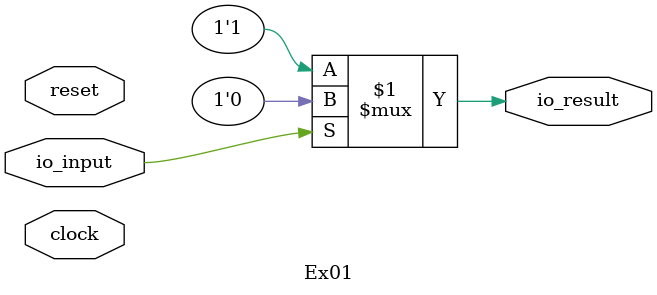
<source format=v>
module Ex01(
  input   clock,
  input   reset,
  input   io_input,
  output  io_result
);
  assign io_result = io_input ? 1'h0 : 1'h1; // @[Ex01.scala 15:13]
endmodule

</source>
